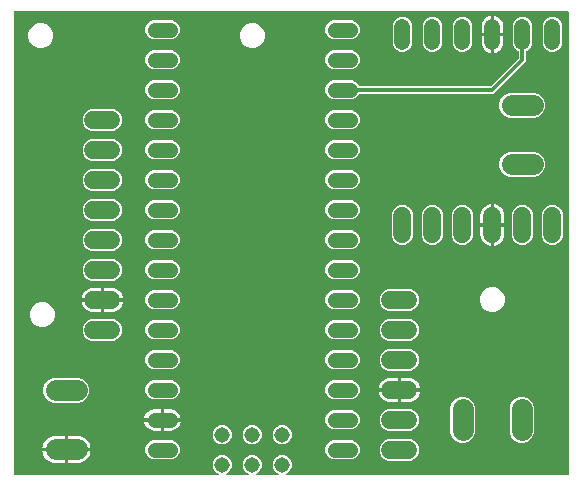
<source format=gbr>
G04 EAGLE Gerber RS-274X export*
G75*
%MOMM*%
%FSLAX34Y34*%
%LPD*%
%INBottom Copper*%
%IPPOS*%
%AMOC8*
5,1,8,0,0,1.08239X$1,22.5*%
G01*
%ADD10C,1.320800*%
%ADD11C,1.524000*%
%ADD12C,1.790700*%
%ADD13C,1.308000*%
%ADD14C,1.308000*%
%ADD15C,0.317500*%

G36*
X555456Y308626D02*
X555456Y308626D01*
X555552Y308636D01*
X555576Y308646D01*
X555602Y308650D01*
X555688Y308696D01*
X555777Y308736D01*
X555796Y308753D01*
X555820Y308766D01*
X555887Y308836D01*
X555958Y308902D01*
X555971Y308925D01*
X555989Y308944D01*
X556030Y309032D01*
X556077Y309118D01*
X556082Y309143D01*
X556093Y309167D01*
X556103Y309264D01*
X556121Y309360D01*
X556117Y309386D01*
X556120Y309411D01*
X556099Y309507D01*
X556085Y309603D01*
X556073Y309626D01*
X556067Y309652D01*
X556018Y309735D01*
X555973Y309822D01*
X555955Y309841D01*
X555941Y309863D01*
X555867Y309926D01*
X555798Y309994D01*
X555769Y310010D01*
X555754Y310023D01*
X555724Y310035D01*
X555651Y310075D01*
X554232Y310663D01*
X551963Y312932D01*
X550735Y315896D01*
X550735Y319104D01*
X551963Y322068D01*
X554232Y324337D01*
X557196Y325565D01*
X560404Y325565D01*
X563368Y324337D01*
X565637Y322068D01*
X566865Y319104D01*
X566865Y315896D01*
X565637Y312932D01*
X563368Y310663D01*
X561949Y310075D01*
X561866Y310024D01*
X561780Y309978D01*
X561762Y309960D01*
X561740Y309946D01*
X561678Y309870D01*
X561611Y309800D01*
X561600Y309776D01*
X561583Y309756D01*
X561548Y309665D01*
X561507Y309577D01*
X561505Y309551D01*
X561495Y309527D01*
X561491Y309429D01*
X561480Y309333D01*
X561486Y309307D01*
X561485Y309281D01*
X561512Y309187D01*
X561533Y309092D01*
X561546Y309070D01*
X561553Y309045D01*
X561609Y308965D01*
X561659Y308881D01*
X561679Y308864D01*
X561694Y308843D01*
X561772Y308784D01*
X561846Y308721D01*
X561870Y308711D01*
X561891Y308696D01*
X561983Y308666D01*
X562074Y308629D01*
X562106Y308626D01*
X562125Y308620D01*
X562158Y308620D01*
X562241Y308611D01*
X580759Y308611D01*
X580856Y308626D01*
X580952Y308636D01*
X580976Y308646D01*
X581002Y308650D01*
X581088Y308696D01*
X581177Y308736D01*
X581196Y308753D01*
X581220Y308766D01*
X581287Y308836D01*
X581358Y308902D01*
X581371Y308925D01*
X581389Y308944D01*
X581430Y309032D01*
X581477Y309118D01*
X581482Y309143D01*
X581493Y309167D01*
X581503Y309264D01*
X581521Y309360D01*
X581517Y309386D01*
X581520Y309411D01*
X581499Y309507D01*
X581485Y309603D01*
X581473Y309626D01*
X581467Y309652D01*
X581418Y309735D01*
X581373Y309822D01*
X581355Y309841D01*
X581341Y309863D01*
X581267Y309926D01*
X581198Y309994D01*
X581169Y310010D01*
X581154Y310023D01*
X581124Y310035D01*
X581051Y310075D01*
X579632Y310663D01*
X577363Y312932D01*
X576135Y315896D01*
X576135Y319104D01*
X577363Y322068D01*
X579632Y324337D01*
X582596Y325565D01*
X585804Y325565D01*
X588768Y324337D01*
X591037Y322068D01*
X592265Y319104D01*
X592265Y315896D01*
X591037Y312932D01*
X588768Y310663D01*
X587349Y310075D01*
X587266Y310024D01*
X587180Y309978D01*
X587162Y309960D01*
X587140Y309946D01*
X587078Y309870D01*
X587011Y309800D01*
X587000Y309776D01*
X586983Y309756D01*
X586948Y309665D01*
X586907Y309577D01*
X586905Y309551D01*
X586895Y309527D01*
X586891Y309429D01*
X586880Y309333D01*
X586886Y309307D01*
X586885Y309281D01*
X586912Y309187D01*
X586933Y309092D01*
X586946Y309070D01*
X586953Y309045D01*
X587009Y308965D01*
X587059Y308881D01*
X587079Y308864D01*
X587094Y308843D01*
X587172Y308784D01*
X587246Y308721D01*
X587270Y308711D01*
X587291Y308696D01*
X587383Y308666D01*
X587474Y308629D01*
X587506Y308626D01*
X587525Y308620D01*
X587558Y308620D01*
X587641Y308611D01*
X606159Y308611D01*
X606256Y308626D01*
X606352Y308636D01*
X606376Y308646D01*
X606402Y308650D01*
X606488Y308696D01*
X606577Y308736D01*
X606596Y308753D01*
X606620Y308766D01*
X606687Y308836D01*
X606758Y308902D01*
X606771Y308925D01*
X606789Y308944D01*
X606830Y309032D01*
X606877Y309118D01*
X606882Y309143D01*
X606893Y309167D01*
X606903Y309264D01*
X606921Y309360D01*
X606917Y309386D01*
X606920Y309411D01*
X606899Y309507D01*
X606885Y309603D01*
X606873Y309626D01*
X606867Y309652D01*
X606818Y309735D01*
X606773Y309822D01*
X606755Y309841D01*
X606741Y309863D01*
X606667Y309926D01*
X606598Y309994D01*
X606569Y310010D01*
X606554Y310023D01*
X606524Y310035D01*
X606451Y310075D01*
X605032Y310663D01*
X602763Y312932D01*
X601535Y315896D01*
X601535Y319104D01*
X602763Y322068D01*
X605032Y324337D01*
X607996Y325565D01*
X611204Y325565D01*
X614168Y324337D01*
X616437Y322068D01*
X617665Y319104D01*
X617665Y315896D01*
X616437Y312932D01*
X614168Y310663D01*
X612749Y310075D01*
X612666Y310024D01*
X612580Y309978D01*
X612562Y309960D01*
X612540Y309946D01*
X612478Y309870D01*
X612411Y309800D01*
X612400Y309776D01*
X612383Y309756D01*
X612348Y309665D01*
X612307Y309577D01*
X612305Y309551D01*
X612295Y309527D01*
X612291Y309429D01*
X612280Y309333D01*
X612286Y309307D01*
X612285Y309281D01*
X612312Y309187D01*
X612333Y309092D01*
X612346Y309070D01*
X612353Y309045D01*
X612409Y308965D01*
X612459Y308881D01*
X612479Y308864D01*
X612494Y308843D01*
X612572Y308784D01*
X612646Y308721D01*
X612670Y308711D01*
X612691Y308696D01*
X612783Y308666D01*
X612874Y308629D01*
X612906Y308626D01*
X612925Y308620D01*
X612958Y308620D01*
X613041Y308611D01*
X851208Y308611D01*
X851228Y308614D01*
X851247Y308612D01*
X851349Y308634D01*
X851451Y308650D01*
X851468Y308660D01*
X851488Y308664D01*
X851577Y308717D01*
X851668Y308766D01*
X851682Y308780D01*
X851699Y308790D01*
X851766Y308869D01*
X851838Y308944D01*
X851846Y308962D01*
X851859Y308977D01*
X851898Y309073D01*
X851941Y309167D01*
X851943Y309187D01*
X851951Y309205D01*
X851969Y309372D01*
X851969Y700788D01*
X851966Y700808D01*
X851968Y700827D01*
X851946Y700929D01*
X851930Y701031D01*
X851920Y701048D01*
X851916Y701068D01*
X851863Y701157D01*
X851814Y701248D01*
X851800Y701262D01*
X851790Y701279D01*
X851711Y701346D01*
X851636Y701418D01*
X851618Y701426D01*
X851603Y701439D01*
X851507Y701478D01*
X851413Y701521D01*
X851393Y701523D01*
X851375Y701531D01*
X851208Y701549D01*
X383032Y701549D01*
X383012Y701546D01*
X382993Y701548D01*
X382891Y701526D01*
X382789Y701510D01*
X382772Y701500D01*
X382752Y701496D01*
X382663Y701443D01*
X382572Y701394D01*
X382558Y701380D01*
X382541Y701370D01*
X382474Y701291D01*
X382402Y701216D01*
X382394Y701198D01*
X382381Y701183D01*
X382342Y701087D01*
X382299Y700993D01*
X382297Y700973D01*
X382289Y700955D01*
X382271Y700788D01*
X382271Y309372D01*
X382274Y309352D01*
X382272Y309333D01*
X382294Y309231D01*
X382310Y309129D01*
X382320Y309112D01*
X382324Y309092D01*
X382377Y309003D01*
X382426Y308912D01*
X382440Y308898D01*
X382450Y308881D01*
X382529Y308814D01*
X382604Y308742D01*
X382622Y308734D01*
X382637Y308721D01*
X382733Y308682D01*
X382827Y308639D01*
X382847Y308637D01*
X382865Y308629D01*
X383032Y308611D01*
X555359Y308611D01*
X555456Y308626D01*
G37*
%LPC*%
G36*
X652256Y626935D02*
X652256Y626935D01*
X649292Y628163D01*
X647023Y630432D01*
X645795Y633396D01*
X645795Y636604D01*
X647023Y639568D01*
X649292Y641837D01*
X652256Y643065D01*
X668544Y643065D01*
X671508Y641837D01*
X673777Y639568D01*
X674185Y638582D01*
X674247Y638482D01*
X674307Y638383D01*
X674312Y638379D01*
X674315Y638373D01*
X674406Y638298D01*
X674494Y638223D01*
X674500Y638220D01*
X674504Y638216D01*
X674613Y638175D01*
X674722Y638131D01*
X674730Y638130D01*
X674734Y638128D01*
X674752Y638127D01*
X674889Y638112D01*
X785796Y638112D01*
X785886Y638127D01*
X785977Y638134D01*
X786006Y638147D01*
X786038Y638152D01*
X786119Y638195D01*
X786203Y638230D01*
X786235Y638256D01*
X786256Y638267D01*
X786278Y638290D01*
X786334Y638335D01*
X809465Y661466D01*
X809518Y661540D01*
X809577Y661610D01*
X809590Y661640D01*
X809608Y661666D01*
X809635Y661753D01*
X809669Y661838D01*
X809674Y661879D01*
X809681Y661901D01*
X809680Y661933D01*
X809688Y662004D01*
X809688Y667368D01*
X809669Y667483D01*
X809652Y667599D01*
X809649Y667605D01*
X809648Y667611D01*
X809594Y667713D01*
X809540Y667818D01*
X809536Y667823D01*
X809533Y667828D01*
X809448Y667908D01*
X809365Y667990D01*
X809358Y667994D01*
X809355Y667998D01*
X809338Y668005D01*
X809218Y668071D01*
X808195Y668495D01*
X805909Y670781D01*
X804671Y673769D01*
X804671Y690211D01*
X805909Y693199D01*
X808195Y695485D01*
X811183Y696723D01*
X814417Y696723D01*
X817405Y695485D01*
X819691Y693199D01*
X820929Y690211D01*
X820929Y673769D01*
X819691Y670781D01*
X817405Y668495D01*
X816382Y668071D01*
X816283Y668010D01*
X816183Y667950D01*
X816178Y667945D01*
X816173Y667942D01*
X816099Y667852D01*
X816023Y667763D01*
X816020Y667757D01*
X816016Y667752D01*
X815975Y667644D01*
X815931Y667535D01*
X815930Y667527D01*
X815928Y667523D01*
X815927Y667504D01*
X815912Y667368D01*
X815912Y659111D01*
X788689Y631888D01*
X674889Y631888D01*
X674774Y631869D01*
X674658Y631852D01*
X674652Y631849D01*
X674646Y631848D01*
X674543Y631794D01*
X674439Y631740D01*
X674434Y631736D01*
X674429Y631733D01*
X674349Y631649D01*
X674266Y631565D01*
X674263Y631558D01*
X674259Y631555D01*
X674251Y631538D01*
X674185Y631418D01*
X673777Y630432D01*
X671508Y628163D01*
X668544Y626935D01*
X652256Y626935D01*
G37*
%LPD*%
%LPC*%
G36*
X801762Y611422D02*
X801762Y611422D01*
X797911Y613017D01*
X794963Y615965D01*
X793368Y619816D01*
X793368Y623984D01*
X794963Y627835D01*
X797911Y630783D01*
X801762Y632378D01*
X823838Y632378D01*
X827689Y630783D01*
X830637Y627835D01*
X832232Y623984D01*
X832232Y619816D01*
X830637Y615965D01*
X827689Y613017D01*
X823838Y611422D01*
X801762Y611422D01*
G37*
%LPD*%
%LPC*%
G36*
X801762Y561422D02*
X801762Y561422D01*
X797911Y563017D01*
X794963Y565965D01*
X793368Y569816D01*
X793368Y573984D01*
X794963Y577835D01*
X797911Y580783D01*
X801762Y582378D01*
X823838Y582378D01*
X827689Y580783D01*
X830637Y577835D01*
X832232Y573984D01*
X832232Y569816D01*
X830637Y565965D01*
X827689Y563017D01*
X823838Y561422D01*
X801762Y561422D01*
G37*
%LPD*%
%LPC*%
G36*
X415682Y370122D02*
X415682Y370122D01*
X411831Y371717D01*
X408883Y374665D01*
X407288Y378516D01*
X407288Y382684D01*
X408883Y386535D01*
X411831Y389483D01*
X415682Y391078D01*
X437758Y391078D01*
X441609Y389483D01*
X444557Y386535D01*
X446152Y382684D01*
X446152Y378516D01*
X444557Y374665D01*
X441609Y371717D01*
X437758Y370122D01*
X415682Y370122D01*
G37*
%LPD*%
%LPC*%
G36*
X810316Y336168D02*
X810316Y336168D01*
X806465Y337763D01*
X803517Y340711D01*
X801922Y344562D01*
X801922Y366638D01*
X803517Y370489D01*
X806465Y373437D01*
X810316Y375032D01*
X814484Y375032D01*
X818335Y373437D01*
X821283Y370489D01*
X822878Y366638D01*
X822878Y344562D01*
X821283Y340711D01*
X818335Y337763D01*
X814484Y336168D01*
X810316Y336168D01*
G37*
%LPD*%
%LPC*%
G36*
X760316Y336168D02*
X760316Y336168D01*
X756465Y337763D01*
X753517Y340711D01*
X751922Y344562D01*
X751922Y366638D01*
X753517Y370489D01*
X756465Y373437D01*
X760316Y375032D01*
X764484Y375032D01*
X768335Y373437D01*
X771283Y370489D01*
X772878Y366638D01*
X772878Y344562D01*
X771283Y340711D01*
X768335Y337763D01*
X764484Y336168D01*
X760316Y336168D01*
G37*
%LPD*%
%LPC*%
G36*
X699221Y448055D02*
X699221Y448055D01*
X695860Y449447D01*
X693287Y452020D01*
X691895Y455381D01*
X691895Y459019D01*
X693287Y462380D01*
X695860Y464953D01*
X699221Y466345D01*
X718099Y466345D01*
X721460Y464953D01*
X724033Y462380D01*
X725425Y459019D01*
X725425Y455381D01*
X724033Y452020D01*
X721460Y449447D01*
X718099Y448055D01*
X699221Y448055D01*
G37*
%LPD*%
%LPC*%
G36*
X699221Y346455D02*
X699221Y346455D01*
X695860Y347847D01*
X693287Y350420D01*
X691895Y353781D01*
X691895Y357419D01*
X693287Y360780D01*
X695860Y363353D01*
X699221Y364745D01*
X718099Y364745D01*
X721460Y363353D01*
X724033Y360780D01*
X725425Y357419D01*
X725425Y353781D01*
X724033Y350420D01*
X721460Y347847D01*
X718099Y346455D01*
X699221Y346455D01*
G37*
%LPD*%
%LPC*%
G36*
X447761Y549655D02*
X447761Y549655D01*
X444400Y551047D01*
X441827Y553620D01*
X440435Y556981D01*
X440435Y560619D01*
X441827Y563980D01*
X444400Y566553D01*
X447761Y567945D01*
X466639Y567945D01*
X470000Y566553D01*
X472573Y563980D01*
X473965Y560619D01*
X473965Y556981D01*
X472573Y553620D01*
X470000Y551047D01*
X466639Y549655D01*
X447761Y549655D01*
G37*
%LPD*%
%LPC*%
G36*
X699221Y321055D02*
X699221Y321055D01*
X695860Y322447D01*
X693287Y325020D01*
X691895Y328381D01*
X691895Y332019D01*
X693287Y335380D01*
X695860Y337953D01*
X699221Y339345D01*
X718099Y339345D01*
X721460Y337953D01*
X724033Y335380D01*
X725425Y332019D01*
X725425Y328381D01*
X724033Y325020D01*
X721460Y322447D01*
X718099Y321055D01*
X699221Y321055D01*
G37*
%LPD*%
%LPC*%
G36*
X699221Y397255D02*
X699221Y397255D01*
X695860Y398647D01*
X693287Y401220D01*
X691895Y404581D01*
X691895Y408219D01*
X693287Y411580D01*
X695860Y414153D01*
X699221Y415545D01*
X718099Y415545D01*
X721460Y414153D01*
X724033Y411580D01*
X725425Y408219D01*
X725425Y404581D01*
X724033Y401220D01*
X721460Y398647D01*
X718099Y397255D01*
X699221Y397255D01*
G37*
%LPD*%
%LPC*%
G36*
X447761Y422655D02*
X447761Y422655D01*
X444400Y424047D01*
X441827Y426620D01*
X440435Y429981D01*
X440435Y433619D01*
X441827Y436980D01*
X444400Y439553D01*
X447761Y440945D01*
X466639Y440945D01*
X470000Y439553D01*
X472573Y436980D01*
X473965Y433619D01*
X473965Y429981D01*
X472573Y426620D01*
X470000Y424047D01*
X466639Y422655D01*
X447761Y422655D01*
G37*
%LPD*%
%LPC*%
G36*
X699221Y422655D02*
X699221Y422655D01*
X695860Y424047D01*
X693287Y426620D01*
X691895Y429981D01*
X691895Y433619D01*
X693287Y436980D01*
X695860Y439553D01*
X699221Y440945D01*
X718099Y440945D01*
X721460Y439553D01*
X724033Y436980D01*
X725425Y433619D01*
X725425Y429981D01*
X724033Y426620D01*
X721460Y424047D01*
X718099Y422655D01*
X699221Y422655D01*
G37*
%LPD*%
%LPC*%
G36*
X709381Y503935D02*
X709381Y503935D01*
X706020Y505327D01*
X703447Y507900D01*
X702055Y511261D01*
X702055Y530139D01*
X703447Y533500D01*
X706020Y536073D01*
X709381Y537465D01*
X713019Y537465D01*
X716380Y536073D01*
X718953Y533500D01*
X720345Y530139D01*
X720345Y511261D01*
X718953Y507900D01*
X716380Y505327D01*
X713019Y503935D01*
X709381Y503935D01*
G37*
%LPD*%
%LPC*%
G36*
X447761Y473455D02*
X447761Y473455D01*
X444400Y474847D01*
X441827Y477420D01*
X440435Y480781D01*
X440435Y484419D01*
X441827Y487780D01*
X444400Y490353D01*
X447761Y491745D01*
X466639Y491745D01*
X470000Y490353D01*
X472573Y487780D01*
X473965Y484419D01*
X473965Y480781D01*
X472573Y477420D01*
X470000Y474847D01*
X466639Y473455D01*
X447761Y473455D01*
G37*
%LPD*%
%LPC*%
G36*
X447761Y498855D02*
X447761Y498855D01*
X444400Y500247D01*
X441827Y502820D01*
X440435Y506181D01*
X440435Y509819D01*
X441827Y513180D01*
X444400Y515753D01*
X447761Y517145D01*
X466639Y517145D01*
X470000Y515753D01*
X472573Y513180D01*
X473965Y509819D01*
X473965Y506181D01*
X472573Y502820D01*
X470000Y500247D01*
X466639Y498855D01*
X447761Y498855D01*
G37*
%LPD*%
%LPC*%
G36*
X734781Y503935D02*
X734781Y503935D01*
X731420Y505327D01*
X728847Y507900D01*
X727455Y511261D01*
X727455Y530139D01*
X728847Y533500D01*
X731420Y536073D01*
X734781Y537465D01*
X738419Y537465D01*
X741780Y536073D01*
X744353Y533500D01*
X745745Y530139D01*
X745745Y511261D01*
X744353Y507900D01*
X741780Y505327D01*
X738419Y503935D01*
X734781Y503935D01*
G37*
%LPD*%
%LPC*%
G36*
X447761Y524255D02*
X447761Y524255D01*
X444400Y525647D01*
X441827Y528220D01*
X440435Y531581D01*
X440435Y535219D01*
X441827Y538580D01*
X444400Y541153D01*
X447761Y542545D01*
X466639Y542545D01*
X470000Y541153D01*
X472573Y538580D01*
X473965Y535219D01*
X473965Y531581D01*
X472573Y528220D01*
X470000Y525647D01*
X466639Y524255D01*
X447761Y524255D01*
G37*
%LPD*%
%LPC*%
G36*
X447761Y600455D02*
X447761Y600455D01*
X444400Y601847D01*
X441827Y604420D01*
X440435Y607781D01*
X440435Y611419D01*
X441827Y614780D01*
X444400Y617353D01*
X447761Y618745D01*
X466639Y618745D01*
X470000Y617353D01*
X472573Y614780D01*
X473965Y611419D01*
X473965Y607781D01*
X472573Y604420D01*
X470000Y601847D01*
X466639Y600455D01*
X447761Y600455D01*
G37*
%LPD*%
%LPC*%
G36*
X836381Y503935D02*
X836381Y503935D01*
X833020Y505327D01*
X830447Y507900D01*
X829055Y511261D01*
X829055Y530139D01*
X830447Y533500D01*
X833020Y536073D01*
X836381Y537465D01*
X840019Y537465D01*
X843380Y536073D01*
X845953Y533500D01*
X847345Y530139D01*
X847345Y511261D01*
X845953Y507900D01*
X843380Y505327D01*
X840019Y503935D01*
X836381Y503935D01*
G37*
%LPD*%
%LPC*%
G36*
X760181Y503935D02*
X760181Y503935D01*
X756820Y505327D01*
X754247Y507900D01*
X752855Y511261D01*
X752855Y530139D01*
X754247Y533500D01*
X756820Y536073D01*
X760181Y537465D01*
X763819Y537465D01*
X767180Y536073D01*
X769753Y533500D01*
X771145Y530139D01*
X771145Y511261D01*
X769753Y507900D01*
X767180Y505327D01*
X763819Y503935D01*
X760181Y503935D01*
G37*
%LPD*%
%LPC*%
G36*
X447761Y575055D02*
X447761Y575055D01*
X444400Y576447D01*
X441827Y579020D01*
X440435Y582381D01*
X440435Y586019D01*
X441827Y589380D01*
X444400Y591953D01*
X447761Y593345D01*
X466639Y593345D01*
X470000Y591953D01*
X472573Y589380D01*
X473965Y586019D01*
X473965Y582381D01*
X472573Y579020D01*
X470000Y576447D01*
X466639Y575055D01*
X447761Y575055D01*
G37*
%LPD*%
%LPC*%
G36*
X810981Y503935D02*
X810981Y503935D01*
X807620Y505327D01*
X805047Y507900D01*
X803655Y511261D01*
X803655Y530139D01*
X805047Y533500D01*
X807620Y536073D01*
X810981Y537465D01*
X814619Y537465D01*
X817980Y536073D01*
X820553Y533500D01*
X821945Y530139D01*
X821945Y511261D01*
X820553Y507900D01*
X817980Y505327D01*
X814619Y503935D01*
X810981Y503935D01*
G37*
%LPD*%
%LPC*%
G36*
X836583Y667257D02*
X836583Y667257D01*
X833595Y668495D01*
X831309Y670781D01*
X830071Y673769D01*
X830071Y690211D01*
X831309Y693199D01*
X833595Y695485D01*
X836583Y696723D01*
X839817Y696723D01*
X842805Y695485D01*
X845091Y693199D01*
X846329Y690211D01*
X846329Y673769D01*
X845091Y670781D01*
X842805Y668495D01*
X839817Y667257D01*
X836583Y667257D01*
G37*
%LPD*%
%LPC*%
G36*
X760383Y667257D02*
X760383Y667257D01*
X757395Y668495D01*
X755109Y670781D01*
X753871Y673769D01*
X753871Y690211D01*
X755109Y693199D01*
X757395Y695485D01*
X760383Y696723D01*
X763617Y696723D01*
X766605Y695485D01*
X768891Y693199D01*
X770129Y690211D01*
X770129Y673769D01*
X768891Y670781D01*
X766605Y668495D01*
X763617Y667257D01*
X760383Y667257D01*
G37*
%LPD*%
%LPC*%
G36*
X709583Y667257D02*
X709583Y667257D01*
X706595Y668495D01*
X704309Y670781D01*
X703071Y673769D01*
X703071Y690211D01*
X704309Y693199D01*
X706595Y695485D01*
X709583Y696723D01*
X712817Y696723D01*
X715805Y695485D01*
X718091Y693199D01*
X719329Y690211D01*
X719329Y673769D01*
X718091Y670781D01*
X715805Y668495D01*
X712817Y667257D01*
X709583Y667257D01*
G37*
%LPD*%
%LPC*%
G36*
X734983Y667257D02*
X734983Y667257D01*
X731995Y668495D01*
X729709Y670781D01*
X728471Y673769D01*
X728471Y690211D01*
X729709Y693199D01*
X731995Y695485D01*
X734983Y696723D01*
X738217Y696723D01*
X741205Y695485D01*
X743491Y693199D01*
X744729Y690211D01*
X744729Y673769D01*
X743491Y670781D01*
X741205Y668495D01*
X738217Y667257D01*
X734983Y667257D01*
G37*
%LPD*%
%LPC*%
G36*
X499856Y550735D02*
X499856Y550735D01*
X496892Y551963D01*
X494623Y554232D01*
X493395Y557196D01*
X493395Y560404D01*
X494623Y563368D01*
X496892Y565637D01*
X499856Y566865D01*
X516144Y566865D01*
X519108Y565637D01*
X521377Y563368D01*
X522605Y560404D01*
X522605Y557196D01*
X521377Y554232D01*
X519108Y551963D01*
X516144Y550735D01*
X499856Y550735D01*
G37*
%LPD*%
%LPC*%
G36*
X652256Y550735D02*
X652256Y550735D01*
X649292Y551963D01*
X647023Y554232D01*
X645795Y557196D01*
X645795Y560404D01*
X647023Y563368D01*
X649292Y565637D01*
X652256Y566865D01*
X668544Y566865D01*
X671508Y565637D01*
X673777Y563368D01*
X675005Y560404D01*
X675005Y557196D01*
X673777Y554232D01*
X671508Y551963D01*
X668544Y550735D01*
X652256Y550735D01*
G37*
%LPD*%
%LPC*%
G36*
X652256Y525335D02*
X652256Y525335D01*
X649292Y526563D01*
X647023Y528832D01*
X645795Y531796D01*
X645795Y535004D01*
X647023Y537968D01*
X649292Y540237D01*
X652256Y541465D01*
X668544Y541465D01*
X671508Y540237D01*
X673777Y537968D01*
X675005Y535004D01*
X675005Y531796D01*
X673777Y528832D01*
X671508Y526563D01*
X668544Y525335D01*
X652256Y525335D01*
G37*
%LPD*%
%LPC*%
G36*
X499856Y525335D02*
X499856Y525335D01*
X496892Y526563D01*
X494623Y528832D01*
X493395Y531796D01*
X493395Y535004D01*
X494623Y537968D01*
X496892Y540237D01*
X499856Y541465D01*
X516144Y541465D01*
X519108Y540237D01*
X521377Y537968D01*
X522605Y535004D01*
X522605Y531796D01*
X521377Y528832D01*
X519108Y526563D01*
X516144Y525335D01*
X499856Y525335D01*
G37*
%LPD*%
%LPC*%
G36*
X499856Y322135D02*
X499856Y322135D01*
X496892Y323363D01*
X494623Y325632D01*
X493395Y328596D01*
X493395Y331804D01*
X494623Y334768D01*
X496892Y337037D01*
X499856Y338265D01*
X516144Y338265D01*
X519108Y337037D01*
X521377Y334768D01*
X522605Y331804D01*
X522605Y328596D01*
X521377Y325632D01*
X519108Y323363D01*
X516144Y322135D01*
X499856Y322135D01*
G37*
%LPD*%
%LPC*%
G36*
X652256Y322135D02*
X652256Y322135D01*
X649292Y323363D01*
X647023Y325632D01*
X645795Y328596D01*
X645795Y331804D01*
X647023Y334768D01*
X649292Y337037D01*
X652256Y338265D01*
X668544Y338265D01*
X671508Y337037D01*
X673777Y334768D01*
X675005Y331804D01*
X675005Y328596D01*
X673777Y325632D01*
X671508Y323363D01*
X668544Y322135D01*
X652256Y322135D01*
G37*
%LPD*%
%LPC*%
G36*
X499856Y576135D02*
X499856Y576135D01*
X496892Y577363D01*
X494623Y579632D01*
X493395Y582596D01*
X493395Y585804D01*
X494623Y588768D01*
X496892Y591037D01*
X499856Y592265D01*
X516144Y592265D01*
X519108Y591037D01*
X521377Y588768D01*
X522605Y585804D01*
X522605Y582596D01*
X521377Y579632D01*
X519108Y577363D01*
X516144Y576135D01*
X499856Y576135D01*
G37*
%LPD*%
%LPC*%
G36*
X652256Y576135D02*
X652256Y576135D01*
X649292Y577363D01*
X647023Y579632D01*
X645795Y582596D01*
X645795Y585804D01*
X647023Y588768D01*
X649292Y591037D01*
X652256Y592265D01*
X668544Y592265D01*
X671508Y591037D01*
X673777Y588768D01*
X675005Y585804D01*
X675005Y582596D01*
X673777Y579632D01*
X671508Y577363D01*
X668544Y576135D01*
X652256Y576135D01*
G37*
%LPD*%
%LPC*%
G36*
X499856Y601535D02*
X499856Y601535D01*
X496892Y602763D01*
X494623Y605032D01*
X493395Y607996D01*
X493395Y611204D01*
X494623Y614168D01*
X496892Y616437D01*
X499856Y617665D01*
X516144Y617665D01*
X519108Y616437D01*
X521377Y614168D01*
X522605Y611204D01*
X522605Y607996D01*
X521377Y605032D01*
X519108Y602763D01*
X516144Y601535D01*
X499856Y601535D01*
G37*
%LPD*%
%LPC*%
G36*
X652256Y601535D02*
X652256Y601535D01*
X649292Y602763D01*
X647023Y605032D01*
X645795Y607996D01*
X645795Y611204D01*
X647023Y614168D01*
X649292Y616437D01*
X652256Y617665D01*
X668544Y617665D01*
X671508Y616437D01*
X673777Y614168D01*
X675005Y611204D01*
X675005Y607996D01*
X673777Y605032D01*
X671508Y602763D01*
X668544Y601535D01*
X652256Y601535D01*
G37*
%LPD*%
%LPC*%
G36*
X499856Y626935D02*
X499856Y626935D01*
X496892Y628163D01*
X494623Y630432D01*
X493395Y633396D01*
X493395Y636604D01*
X494623Y639568D01*
X496892Y641837D01*
X499856Y643065D01*
X516144Y643065D01*
X519108Y641837D01*
X521377Y639568D01*
X522605Y636604D01*
X522605Y633396D01*
X521377Y630432D01*
X519108Y628163D01*
X516144Y626935D01*
X499856Y626935D01*
G37*
%LPD*%
%LPC*%
G36*
X652256Y347535D02*
X652256Y347535D01*
X649292Y348763D01*
X647023Y351032D01*
X645795Y353996D01*
X645795Y357204D01*
X647023Y360168D01*
X649292Y362437D01*
X652256Y363665D01*
X668544Y363665D01*
X671508Y362437D01*
X673777Y360168D01*
X675005Y357204D01*
X675005Y353996D01*
X673777Y351032D01*
X671508Y348763D01*
X668544Y347535D01*
X652256Y347535D01*
G37*
%LPD*%
%LPC*%
G36*
X652256Y677735D02*
X652256Y677735D01*
X649292Y678963D01*
X647023Y681232D01*
X645795Y684196D01*
X645795Y687404D01*
X647023Y690368D01*
X649292Y692637D01*
X652256Y693865D01*
X668544Y693865D01*
X671508Y692637D01*
X673777Y690368D01*
X675005Y687404D01*
X675005Y684196D01*
X673777Y681232D01*
X671508Y678963D01*
X668544Y677735D01*
X652256Y677735D01*
G37*
%LPD*%
%LPC*%
G36*
X499856Y677735D02*
X499856Y677735D01*
X496892Y678963D01*
X494623Y681232D01*
X493395Y684196D01*
X493395Y687404D01*
X494623Y690368D01*
X496892Y692637D01*
X499856Y693865D01*
X516144Y693865D01*
X519108Y692637D01*
X521377Y690368D01*
X522605Y687404D01*
X522605Y684196D01*
X521377Y681232D01*
X519108Y678963D01*
X516144Y677735D01*
X499856Y677735D01*
G37*
%LPD*%
%LPC*%
G36*
X499856Y652335D02*
X499856Y652335D01*
X496892Y653563D01*
X494623Y655832D01*
X493395Y658796D01*
X493395Y662004D01*
X494623Y664968D01*
X496892Y667237D01*
X499856Y668465D01*
X516144Y668465D01*
X519108Y667237D01*
X521377Y664968D01*
X522605Y662004D01*
X522605Y658796D01*
X521377Y655832D01*
X519108Y653563D01*
X516144Y652335D01*
X499856Y652335D01*
G37*
%LPD*%
%LPC*%
G36*
X652256Y499935D02*
X652256Y499935D01*
X649292Y501163D01*
X647023Y503432D01*
X645795Y506396D01*
X645795Y509604D01*
X647023Y512568D01*
X649292Y514837D01*
X652256Y516065D01*
X668544Y516065D01*
X671508Y514837D01*
X673777Y512568D01*
X675005Y509604D01*
X675005Y506396D01*
X673777Y503432D01*
X671508Y501163D01*
X668544Y499935D01*
X652256Y499935D01*
G37*
%LPD*%
%LPC*%
G36*
X499856Y499935D02*
X499856Y499935D01*
X496892Y501163D01*
X494623Y503432D01*
X493395Y506396D01*
X493395Y509604D01*
X494623Y512568D01*
X496892Y514837D01*
X499856Y516065D01*
X516144Y516065D01*
X519108Y514837D01*
X521377Y512568D01*
X522605Y509604D01*
X522605Y506396D01*
X521377Y503432D01*
X519108Y501163D01*
X516144Y499935D01*
X499856Y499935D01*
G37*
%LPD*%
%LPC*%
G36*
X652256Y652335D02*
X652256Y652335D01*
X649292Y653563D01*
X647023Y655832D01*
X645795Y658796D01*
X645795Y662004D01*
X647023Y664968D01*
X649292Y667237D01*
X652256Y668465D01*
X668544Y668465D01*
X671508Y667237D01*
X673777Y664968D01*
X675005Y662004D01*
X675005Y658796D01*
X673777Y655832D01*
X671508Y653563D01*
X668544Y652335D01*
X652256Y652335D01*
G37*
%LPD*%
%LPC*%
G36*
X652256Y474535D02*
X652256Y474535D01*
X649292Y475763D01*
X647023Y478032D01*
X645795Y480996D01*
X645795Y484204D01*
X647023Y487168D01*
X649292Y489437D01*
X652256Y490665D01*
X668544Y490665D01*
X671508Y489437D01*
X673777Y487168D01*
X675005Y484204D01*
X675005Y480996D01*
X673777Y478032D01*
X671508Y475763D01*
X668544Y474535D01*
X652256Y474535D01*
G37*
%LPD*%
%LPC*%
G36*
X499856Y474535D02*
X499856Y474535D01*
X496892Y475763D01*
X494623Y478032D01*
X493395Y480996D01*
X493395Y484204D01*
X494623Y487168D01*
X496892Y489437D01*
X499856Y490665D01*
X516144Y490665D01*
X519108Y489437D01*
X521377Y487168D01*
X522605Y484204D01*
X522605Y480996D01*
X521377Y478032D01*
X519108Y475763D01*
X516144Y474535D01*
X499856Y474535D01*
G37*
%LPD*%
%LPC*%
G36*
X499856Y372935D02*
X499856Y372935D01*
X496892Y374163D01*
X494623Y376432D01*
X493395Y379396D01*
X493395Y382604D01*
X494623Y385568D01*
X496892Y387837D01*
X499856Y389065D01*
X516144Y389065D01*
X519108Y387837D01*
X521377Y385568D01*
X522605Y382604D01*
X522605Y379396D01*
X521377Y376432D01*
X519108Y374163D01*
X516144Y372935D01*
X499856Y372935D01*
G37*
%LPD*%
%LPC*%
G36*
X652256Y372935D02*
X652256Y372935D01*
X649292Y374163D01*
X647023Y376432D01*
X645795Y379396D01*
X645795Y382604D01*
X647023Y385568D01*
X649292Y387837D01*
X652256Y389065D01*
X668544Y389065D01*
X671508Y387837D01*
X673777Y385568D01*
X675005Y382604D01*
X675005Y379396D01*
X673777Y376432D01*
X671508Y374163D01*
X668544Y372935D01*
X652256Y372935D01*
G37*
%LPD*%
%LPC*%
G36*
X499856Y398335D02*
X499856Y398335D01*
X496892Y399563D01*
X494623Y401832D01*
X493395Y404796D01*
X493395Y408004D01*
X494623Y410968D01*
X496892Y413237D01*
X499856Y414465D01*
X516144Y414465D01*
X519108Y413237D01*
X521377Y410968D01*
X522605Y408004D01*
X522605Y404796D01*
X521377Y401832D01*
X519108Y399563D01*
X516144Y398335D01*
X499856Y398335D01*
G37*
%LPD*%
%LPC*%
G36*
X652256Y398335D02*
X652256Y398335D01*
X649292Y399563D01*
X647023Y401832D01*
X645795Y404796D01*
X645795Y408004D01*
X647023Y410968D01*
X649292Y413237D01*
X652256Y414465D01*
X668544Y414465D01*
X671508Y413237D01*
X673777Y410968D01*
X675005Y408004D01*
X675005Y404796D01*
X673777Y401832D01*
X671508Y399563D01*
X668544Y398335D01*
X652256Y398335D01*
G37*
%LPD*%
%LPC*%
G36*
X652256Y449135D02*
X652256Y449135D01*
X649292Y450363D01*
X647023Y452632D01*
X645795Y455596D01*
X645795Y458804D01*
X647023Y461768D01*
X649292Y464037D01*
X652256Y465265D01*
X668544Y465265D01*
X671508Y464037D01*
X673777Y461768D01*
X675005Y458804D01*
X675005Y455596D01*
X673777Y452632D01*
X671508Y450363D01*
X668544Y449135D01*
X652256Y449135D01*
G37*
%LPD*%
%LPC*%
G36*
X499856Y449135D02*
X499856Y449135D01*
X496892Y450363D01*
X494623Y452632D01*
X493395Y455596D01*
X493395Y458804D01*
X494623Y461768D01*
X496892Y464037D01*
X499856Y465265D01*
X516144Y465265D01*
X519108Y464037D01*
X521377Y461768D01*
X522605Y458804D01*
X522605Y455596D01*
X521377Y452632D01*
X519108Y450363D01*
X516144Y449135D01*
X499856Y449135D01*
G37*
%LPD*%
%LPC*%
G36*
X499856Y423735D02*
X499856Y423735D01*
X496892Y424963D01*
X494623Y427232D01*
X493395Y430196D01*
X493395Y433404D01*
X494623Y436368D01*
X496892Y438637D01*
X499856Y439865D01*
X516144Y439865D01*
X519108Y438637D01*
X521377Y436368D01*
X522605Y433404D01*
X522605Y430196D01*
X521377Y427232D01*
X519108Y424963D01*
X516144Y423735D01*
X499856Y423735D01*
G37*
%LPD*%
%LPC*%
G36*
X652256Y423735D02*
X652256Y423735D01*
X649292Y424963D01*
X647023Y427232D01*
X645795Y430196D01*
X645795Y433404D01*
X647023Y436368D01*
X649292Y438637D01*
X652256Y439865D01*
X668544Y439865D01*
X671508Y438637D01*
X673777Y436368D01*
X675005Y433404D01*
X675005Y430196D01*
X673777Y427232D01*
X671508Y424963D01*
X668544Y423735D01*
X652256Y423735D01*
G37*
%LPD*%
%LPC*%
G36*
X582093Y670127D02*
X582093Y670127D01*
X578200Y671740D01*
X575220Y674720D01*
X573607Y678613D01*
X573607Y682827D01*
X575220Y686720D01*
X578200Y689700D01*
X582093Y691313D01*
X586307Y691313D01*
X590200Y689700D01*
X593180Y686720D01*
X594793Y682827D01*
X594793Y678613D01*
X593180Y674720D01*
X590200Y671740D01*
X586307Y670127D01*
X582093Y670127D01*
G37*
%LPD*%
%LPC*%
G36*
X404293Y433907D02*
X404293Y433907D01*
X400400Y435520D01*
X397420Y438500D01*
X395807Y442393D01*
X395807Y446607D01*
X397420Y450500D01*
X400400Y453480D01*
X404293Y455093D01*
X408507Y455093D01*
X412400Y453480D01*
X415380Y450500D01*
X416993Y446607D01*
X416993Y442393D01*
X415380Y438500D01*
X412400Y435520D01*
X408507Y433907D01*
X404293Y433907D01*
G37*
%LPD*%
%LPC*%
G36*
X785293Y446607D02*
X785293Y446607D01*
X781400Y448220D01*
X778420Y451200D01*
X776807Y455093D01*
X776807Y459307D01*
X778420Y463200D01*
X781400Y466180D01*
X785293Y467793D01*
X789507Y467793D01*
X793400Y466180D01*
X796380Y463200D01*
X797993Y459307D01*
X797993Y455093D01*
X796380Y451200D01*
X793400Y448220D01*
X789507Y446607D01*
X785293Y446607D01*
G37*
%LPD*%
%LPC*%
G36*
X403023Y670127D02*
X403023Y670127D01*
X399130Y671740D01*
X396150Y674720D01*
X394537Y678613D01*
X394537Y682827D01*
X396150Y686720D01*
X399130Y689700D01*
X403023Y691313D01*
X407237Y691313D01*
X411130Y689700D01*
X414110Y686720D01*
X415723Y682827D01*
X415723Y678613D01*
X414110Y674720D01*
X411130Y671740D01*
X407237Y670127D01*
X403023Y670127D01*
G37*
%LPD*%
%LPC*%
G36*
X557196Y334835D02*
X557196Y334835D01*
X554232Y336063D01*
X551963Y338332D01*
X550735Y341296D01*
X550735Y344504D01*
X551963Y347468D01*
X554232Y349737D01*
X557196Y350965D01*
X560404Y350965D01*
X563368Y349737D01*
X565637Y347468D01*
X566865Y344504D01*
X566865Y341296D01*
X565637Y338332D01*
X563368Y336063D01*
X560404Y334835D01*
X557196Y334835D01*
G37*
%LPD*%
%LPC*%
G36*
X607996Y334835D02*
X607996Y334835D01*
X605032Y336063D01*
X602763Y338332D01*
X601535Y341296D01*
X601535Y344504D01*
X602763Y347468D01*
X605032Y349737D01*
X607996Y350965D01*
X611204Y350965D01*
X614168Y349737D01*
X616437Y347468D01*
X617665Y344504D01*
X617665Y341296D01*
X616437Y338332D01*
X614168Y336063D01*
X611204Y334835D01*
X607996Y334835D01*
G37*
%LPD*%
%LPC*%
G36*
X582596Y334835D02*
X582596Y334835D01*
X579632Y336063D01*
X577363Y338332D01*
X576135Y341296D01*
X576135Y344504D01*
X577363Y347468D01*
X579632Y349737D01*
X582596Y350965D01*
X585804Y350965D01*
X588768Y349737D01*
X591037Y347468D01*
X592265Y344504D01*
X592265Y341296D01*
X591037Y338332D01*
X588768Y336063D01*
X585804Y334835D01*
X582596Y334835D01*
G37*
%LPD*%
%LPC*%
G36*
X428243Y332123D02*
X428243Y332123D01*
X428243Y342094D01*
X436578Y342094D01*
X438365Y341811D01*
X440086Y341252D01*
X441698Y340431D01*
X443162Y339367D01*
X444441Y338088D01*
X445504Y336624D01*
X446326Y335012D01*
X446885Y333292D01*
X447070Y332123D01*
X428243Y332123D01*
G37*
%LPD*%
%LPC*%
G36*
X406370Y332123D02*
X406370Y332123D01*
X406555Y333292D01*
X407114Y335012D01*
X407936Y336624D01*
X408999Y338088D01*
X410278Y339367D01*
X411742Y340431D01*
X413354Y341252D01*
X415075Y341811D01*
X416862Y342094D01*
X425197Y342094D01*
X425197Y332123D01*
X406370Y332123D01*
G37*
%LPD*%
%LPC*%
G36*
X428243Y319106D02*
X428243Y319106D01*
X428243Y329077D01*
X447070Y329077D01*
X446885Y327908D01*
X446326Y326188D01*
X445504Y324576D01*
X444441Y323112D01*
X443162Y321833D01*
X441698Y320769D01*
X440086Y319948D01*
X438365Y319389D01*
X436578Y319106D01*
X428243Y319106D01*
G37*
%LPD*%
%LPC*%
G36*
X416862Y319106D02*
X416862Y319106D01*
X415075Y319389D01*
X413354Y319948D01*
X411742Y320769D01*
X410278Y321833D01*
X408999Y323112D01*
X407936Y324576D01*
X407114Y326188D01*
X406555Y327908D01*
X406370Y329077D01*
X425197Y329077D01*
X425197Y319106D01*
X416862Y319106D01*
G37*
%LPD*%
%LPC*%
G36*
X788923Y522223D02*
X788923Y522223D01*
X788923Y538366D01*
X789779Y538231D01*
X791300Y537736D01*
X792725Y537010D01*
X794019Y536070D01*
X795150Y534939D01*
X796090Y533645D01*
X796816Y532220D01*
X797311Y530699D01*
X797561Y529120D01*
X797561Y522223D01*
X788923Y522223D01*
G37*
%LPD*%
%LPC*%
G36*
X710183Y382523D02*
X710183Y382523D01*
X710183Y391161D01*
X717080Y391161D01*
X718659Y390911D01*
X720180Y390416D01*
X721605Y389690D01*
X722899Y388750D01*
X724030Y387619D01*
X724970Y386325D01*
X725696Y384900D01*
X726191Y383379D01*
X726326Y382523D01*
X710183Y382523D01*
G37*
%LPD*%
%LPC*%
G36*
X458723Y458723D02*
X458723Y458723D01*
X458723Y467361D01*
X465620Y467361D01*
X467199Y467111D01*
X468720Y466616D01*
X470145Y465890D01*
X471439Y464950D01*
X472570Y463819D01*
X473510Y462525D01*
X474236Y461100D01*
X474731Y459579D01*
X474866Y458723D01*
X458723Y458723D01*
G37*
%LPD*%
%LPC*%
G36*
X690994Y382523D02*
X690994Y382523D01*
X691129Y383379D01*
X691624Y384900D01*
X692350Y386325D01*
X693290Y387619D01*
X694421Y388750D01*
X695715Y389690D01*
X697140Y390416D01*
X698661Y390911D01*
X700240Y391161D01*
X707137Y391161D01*
X707137Y382523D01*
X690994Y382523D01*
G37*
%LPD*%
%LPC*%
G36*
X439534Y458723D02*
X439534Y458723D01*
X439669Y459579D01*
X440164Y461100D01*
X440890Y462525D01*
X441830Y463819D01*
X442961Y464950D01*
X444255Y465890D01*
X445680Y466616D01*
X447201Y467111D01*
X448780Y467361D01*
X455677Y467361D01*
X455677Y458723D01*
X439534Y458723D01*
G37*
%LPD*%
%LPC*%
G36*
X788923Y519177D02*
X788923Y519177D01*
X797561Y519177D01*
X797561Y512280D01*
X797311Y510701D01*
X796816Y509180D01*
X796090Y507755D01*
X795150Y506461D01*
X794019Y505330D01*
X792725Y504390D01*
X791300Y503664D01*
X789779Y503169D01*
X788923Y503034D01*
X788923Y519177D01*
G37*
%LPD*%
%LPC*%
G36*
X777239Y522223D02*
X777239Y522223D01*
X777239Y529120D01*
X777489Y530699D01*
X777984Y532220D01*
X778710Y533645D01*
X779650Y534939D01*
X780781Y536070D01*
X782075Y537010D01*
X783500Y537736D01*
X785021Y538231D01*
X785877Y538366D01*
X785877Y522223D01*
X777239Y522223D01*
G37*
%LPD*%
%LPC*%
G36*
X458723Y447039D02*
X458723Y447039D01*
X458723Y455677D01*
X474866Y455677D01*
X474731Y454821D01*
X474236Y453300D01*
X473510Y451875D01*
X472570Y450581D01*
X471439Y449450D01*
X470145Y448510D01*
X468720Y447784D01*
X467199Y447289D01*
X465620Y447039D01*
X458723Y447039D01*
G37*
%LPD*%
%LPC*%
G36*
X710183Y370839D02*
X710183Y370839D01*
X710183Y379477D01*
X726326Y379477D01*
X726191Y378621D01*
X725696Y377100D01*
X724970Y375675D01*
X724030Y374381D01*
X722899Y373250D01*
X721605Y372310D01*
X720180Y371584D01*
X718659Y371089D01*
X717080Y370839D01*
X710183Y370839D01*
G37*
%LPD*%
%LPC*%
G36*
X448780Y447039D02*
X448780Y447039D01*
X447201Y447289D01*
X445680Y447784D01*
X444255Y448510D01*
X442961Y449450D01*
X441830Y450581D01*
X440890Y451875D01*
X440164Y453300D01*
X439669Y454821D01*
X439534Y455677D01*
X455677Y455677D01*
X455677Y447039D01*
X448780Y447039D01*
G37*
%LPD*%
%LPC*%
G36*
X700240Y370839D02*
X700240Y370839D01*
X698661Y371089D01*
X697140Y371584D01*
X695715Y372310D01*
X694421Y373250D01*
X693290Y374381D01*
X692350Y375675D01*
X691624Y377100D01*
X691129Y378621D01*
X690994Y379477D01*
X707137Y379477D01*
X707137Y370839D01*
X700240Y370839D01*
G37*
%LPD*%
%LPC*%
G36*
X785021Y503169D02*
X785021Y503169D01*
X783500Y503664D01*
X782075Y504390D01*
X780781Y505330D01*
X779650Y506461D01*
X778710Y507755D01*
X777984Y509180D01*
X777489Y510701D01*
X777239Y512280D01*
X777239Y519177D01*
X785877Y519177D01*
X785877Y503034D01*
X785021Y503169D01*
G37*
%LPD*%
%LPC*%
G36*
X788923Y683513D02*
X788923Y683513D01*
X788923Y697615D01*
X790067Y697387D01*
X791732Y696698D01*
X793230Y695697D01*
X794503Y694424D01*
X795504Y692926D01*
X796193Y691261D01*
X796545Y689495D01*
X796545Y683513D01*
X788923Y683513D01*
G37*
%LPD*%
%LPC*%
G36*
X788923Y680467D02*
X788923Y680467D01*
X796545Y680467D01*
X796545Y674485D01*
X796193Y672719D01*
X795504Y671054D01*
X794503Y669556D01*
X793230Y668283D01*
X791732Y667282D01*
X790067Y666593D01*
X788923Y666365D01*
X788923Y680467D01*
G37*
%LPD*%
%LPC*%
G36*
X778255Y683513D02*
X778255Y683513D01*
X778255Y689495D01*
X778607Y691261D01*
X779296Y692926D01*
X780297Y694424D01*
X781570Y695697D01*
X783068Y696698D01*
X784733Y697387D01*
X785877Y697615D01*
X785877Y683513D01*
X778255Y683513D01*
G37*
%LPD*%
%LPC*%
G36*
X784733Y666593D02*
X784733Y666593D01*
X783068Y667282D01*
X781570Y668283D01*
X780297Y669556D01*
X779296Y671054D01*
X778607Y672719D01*
X778255Y674485D01*
X778255Y680467D01*
X785877Y680467D01*
X785877Y666365D01*
X784733Y666593D01*
G37*
%LPD*%
%LPC*%
G36*
X509523Y357123D02*
X509523Y357123D01*
X509523Y364681D01*
X515434Y364681D01*
X517189Y364332D01*
X518841Y363647D01*
X520329Y362653D01*
X521593Y361389D01*
X522587Y359901D01*
X523272Y358249D01*
X523496Y357123D01*
X509523Y357123D01*
G37*
%LPD*%
%LPC*%
G36*
X492504Y357123D02*
X492504Y357123D01*
X492728Y358249D01*
X493413Y359901D01*
X494407Y361389D01*
X495671Y362653D01*
X497159Y363647D01*
X498811Y364332D01*
X500566Y364681D01*
X506477Y364681D01*
X506477Y357123D01*
X492504Y357123D01*
G37*
%LPD*%
%LPC*%
G36*
X509523Y346519D02*
X509523Y346519D01*
X509523Y354077D01*
X523496Y354077D01*
X523272Y352951D01*
X522587Y351299D01*
X521593Y349811D01*
X520329Y348547D01*
X518841Y347553D01*
X517189Y346868D01*
X515434Y346519D01*
X509523Y346519D01*
G37*
%LPD*%
%LPC*%
G36*
X500566Y346519D02*
X500566Y346519D01*
X498811Y346868D01*
X497159Y347553D01*
X495671Y348547D01*
X494407Y349811D01*
X493413Y351299D01*
X492728Y352951D01*
X492504Y354077D01*
X506477Y354077D01*
X506477Y346519D01*
X500566Y346519D01*
G37*
%LPD*%
%LPC*%
G36*
X457199Y457199D02*
X457199Y457199D01*
X457199Y457201D01*
X457201Y457201D01*
X457201Y457199D01*
X457199Y457199D01*
G37*
%LPD*%
%LPC*%
G36*
X787399Y681989D02*
X787399Y681989D01*
X787399Y681991D01*
X787401Y681991D01*
X787401Y681989D01*
X787399Y681989D01*
G37*
%LPD*%
%LPC*%
G36*
X507999Y355599D02*
X507999Y355599D01*
X507999Y355601D01*
X508001Y355601D01*
X508001Y355599D01*
X507999Y355599D01*
G37*
%LPD*%
%LPC*%
G36*
X426719Y330599D02*
X426719Y330599D01*
X426719Y330601D01*
X426721Y330601D01*
X426721Y330599D01*
X426719Y330599D01*
G37*
%LPD*%
%LPC*%
G36*
X787399Y520699D02*
X787399Y520699D01*
X787399Y520701D01*
X787401Y520701D01*
X787401Y520699D01*
X787399Y520699D01*
G37*
%LPD*%
%LPC*%
G36*
X708659Y380999D02*
X708659Y380999D01*
X708659Y381001D01*
X708661Y381001D01*
X708661Y380999D01*
X708659Y380999D01*
G37*
%LPD*%
D10*
X838200Y688594D02*
X838200Y675386D01*
X812800Y675386D02*
X812800Y688594D01*
X787400Y688594D02*
X787400Y675386D01*
X762000Y675386D02*
X762000Y688594D01*
X736600Y688594D02*
X736600Y675386D01*
X711200Y675386D02*
X711200Y688594D01*
D11*
X464820Y609600D02*
X449580Y609600D01*
X449580Y584200D02*
X464820Y584200D01*
X464820Y558800D02*
X449580Y558800D01*
X449580Y533400D02*
X464820Y533400D01*
X464820Y508000D02*
X449580Y508000D01*
X449580Y482600D02*
X464820Y482600D01*
X464820Y457200D02*
X449580Y457200D01*
X449580Y431800D02*
X464820Y431800D01*
D12*
X435674Y380600D02*
X417767Y380600D01*
X417767Y330600D02*
X435674Y330600D01*
D11*
X838200Y513080D02*
X838200Y528320D01*
X812800Y528320D02*
X812800Y513080D01*
X787400Y513080D02*
X787400Y528320D01*
X762000Y528320D02*
X762000Y513080D01*
X736600Y513080D02*
X736600Y528320D01*
X711200Y528320D02*
X711200Y513080D01*
X716280Y330200D02*
X701040Y330200D01*
X701040Y355600D02*
X716280Y355600D01*
X716280Y381000D02*
X701040Y381000D01*
X701040Y406400D02*
X716280Y406400D01*
X716280Y431800D02*
X701040Y431800D01*
X701040Y457200D02*
X716280Y457200D01*
D13*
X666940Y330200D02*
X653860Y330200D01*
X653860Y355600D02*
X666940Y355600D01*
X666940Y381000D02*
X653860Y381000D01*
X653860Y406400D02*
X666940Y406400D01*
X666940Y431800D02*
X653860Y431800D01*
X653860Y457200D02*
X666940Y457200D01*
X666940Y482600D02*
X653860Y482600D01*
X653860Y508000D02*
X666940Y508000D01*
X666940Y533400D02*
X653860Y533400D01*
X653860Y558800D02*
X666940Y558800D01*
X666940Y584200D02*
X653860Y584200D01*
X653860Y609600D02*
X666940Y609600D01*
X514540Y330200D02*
X501460Y330200D01*
X501460Y355600D02*
X514540Y355600D01*
X514540Y381000D02*
X501460Y381000D01*
X501460Y533400D02*
X514540Y533400D01*
X514540Y558800D02*
X501460Y558800D01*
X501460Y584200D02*
X514540Y584200D01*
X514540Y609600D02*
X501460Y609600D01*
X501460Y685800D02*
X514540Y685800D01*
X653860Y685800D02*
X666940Y685800D01*
X666940Y660400D02*
X653860Y660400D01*
X653860Y635000D02*
X666940Y635000D01*
X514540Y660400D02*
X501460Y660400D01*
X501460Y635000D02*
X514540Y635000D01*
X514540Y406400D02*
X501460Y406400D01*
D14*
X558800Y342900D03*
X584200Y342900D03*
X609600Y342900D03*
D13*
X514540Y508000D02*
X501460Y508000D01*
X501460Y482600D02*
X514540Y482600D01*
X514540Y457200D02*
X501460Y457200D01*
X501460Y431800D02*
X514540Y431800D01*
D14*
X558800Y317500D03*
X584200Y317500D03*
X609600Y317500D03*
D12*
X803847Y571900D02*
X821754Y571900D01*
X821754Y621900D02*
X803847Y621900D01*
X762400Y364554D02*
X762400Y346647D01*
X812400Y346647D02*
X812400Y364554D01*
D15*
X787400Y635000D02*
X660400Y635000D01*
X787400Y635000D02*
X812800Y660400D01*
X812800Y681990D01*
M02*

</source>
